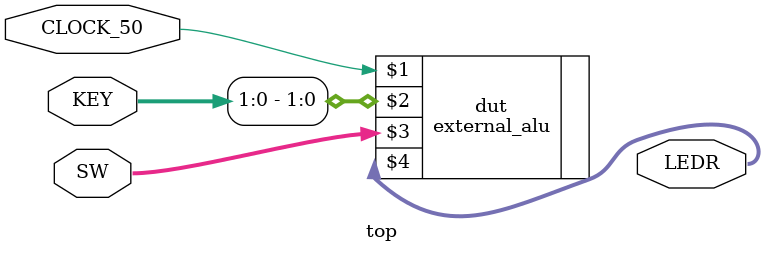
<source format=v>
module top (CLOCK_50, KEY, SW, LEDR);

    input CLOCK_50;             // DE-series 50 MHz clock signal
	 input wire [3:0] KEY;       // DE-series pushbuttons
    input wire [9:0] SW;        // DE-series switches
    
    output wire [9:0] LEDR;     // DE-series LEDs   

    external_alu dut (CLOCK_50, KEY[1:0], SW[9:0], LEDR[9:0]);

endmodule

</source>
